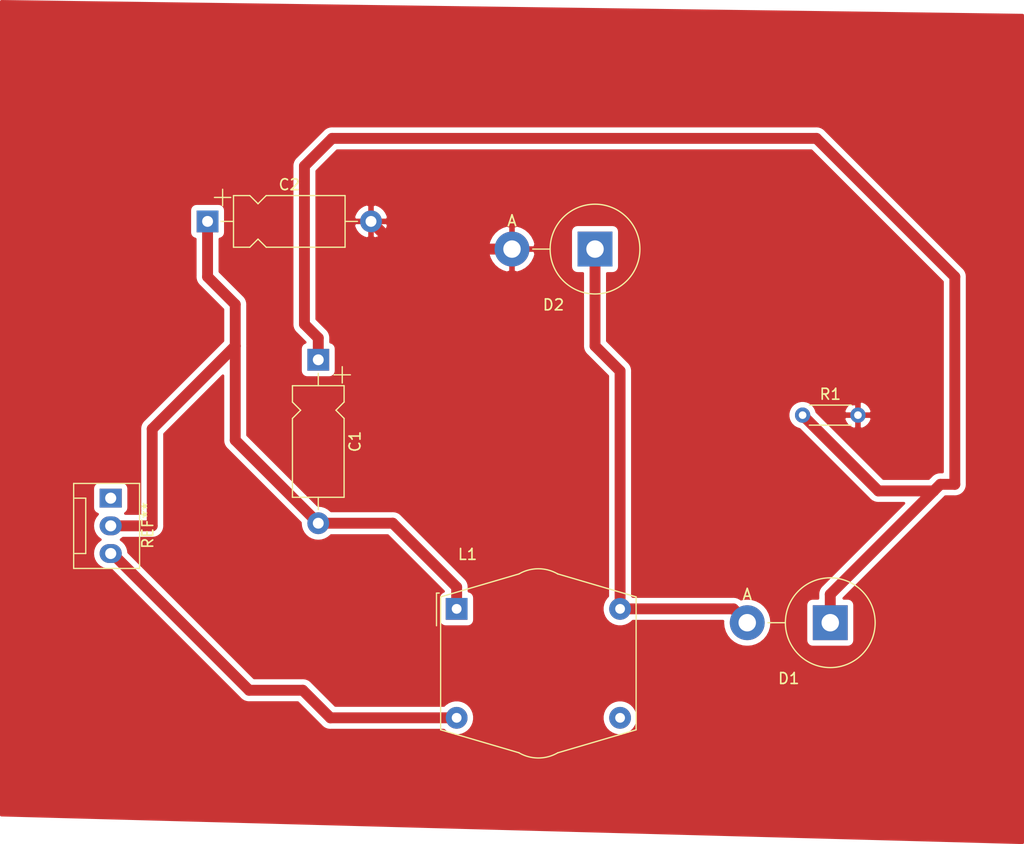
<source format=kicad_pcb>
(kicad_pcb (version 20171130) (host pcbnew "(5.1.4)-1")

  (general
    (thickness 1.6)
    (drawings 0)
    (tracks 48)
    (zones 0)
    (modules 7)
    (nets 5)
  )

  (page A4)
  (layers
    (0 F.Cu signal)
    (31 B.Cu signal)
    (32 B.Adhes user)
    (33 F.Adhes user)
    (34 B.Paste user)
    (35 F.Paste user)
    (36 B.SilkS user)
    (37 F.SilkS user)
    (38 B.Mask user)
    (39 F.Mask user)
    (40 Dwgs.User user)
    (41 Cmts.User user hide)
    (42 Eco1.User user hide)
    (43 Eco2.User user hide)
    (44 Edge.Cuts user hide)
    (45 Margin user hide)
    (46 B.CrtYd user hide)
    (47 F.CrtYd user hide)
    (48 B.Fab user)
    (49 F.Fab user hide)
  )

  (setup
    (last_trace_width 1)
    (user_trace_width 1)
    (trace_clearance 0.2)
    (zone_clearance 0.508)
    (zone_45_only no)
    (trace_min 0.2)
    (via_size 0.8)
    (via_drill 0.4)
    (via_min_size 0.4)
    (via_min_drill 0.3)
    (uvia_size 0.3)
    (uvia_drill 0.1)
    (uvias_allowed no)
    (uvia_min_size 0.2)
    (uvia_min_drill 0.1)
    (edge_width 0.05)
    (segment_width 0.2)
    (pcb_text_width 0.3)
    (pcb_text_size 1.5 1.5)
    (mod_edge_width 0.12)
    (mod_text_size 1 1)
    (mod_text_width 0.15)
    (pad_size 1.524 1.524)
    (pad_drill 0.762)
    (pad_to_mask_clearance 0.051)
    (solder_mask_min_width 0.25)
    (aux_axis_origin 0 0)
    (visible_elements FFFFFF7F)
    (pcbplotparams
      (layerselection 0x010fc_ffffffff)
      (usegerberextensions false)
      (usegerberattributes false)
      (usegerberadvancedattributes false)
      (creategerberjobfile false)
      (excludeedgelayer true)
      (linewidth 0.100000)
      (plotframeref false)
      (viasonmask false)
      (mode 1)
      (useauxorigin false)
      (hpglpennumber 1)
      (hpglpenspeed 20)
      (hpglpendiameter 15.000000)
      (psnegative false)
      (psa4output false)
      (plotreference true)
      (plotvalue true)
      (plotinvisibletext false)
      (padsonsilk false)
      (subtractmaskfromsilk false)
      (outputformat 1)
      (mirror false)
      (drillshape 1)
      (scaleselection 1)
      (outputdirectory ""))
  )

  (net 0 "")
  (net 1 AC)
  (net 2 "Net-(C1-Pad1)")
  (net 3 GNDREF)
  (net 4 "Net-(D1-Pad2)")

  (net_class Default "Esta es la clase de red por defecto."
    (clearance 0.2)
    (trace_width 0.25)
    (via_dia 0.8)
    (via_drill 0.4)
    (uvia_dia 0.3)
    (uvia_drill 0.1)
    (add_net AC)
    (add_net GNDREF)
    (add_net "Net-(C1-Pad1)")
    (add_net "Net-(D1-Pad2)")
  )

  (module Connector:FanPinHeader_1x03_P2.54mm_Vertical (layer F.Cu) (tedit 5A19DCDF) (tstamp 5D78E163)
    (at 110.49 118.11 270)
    (descr "3-pin CPU fan Through hole pin header, see http://www.formfactors.org/developer%5Cspecs%5Crev1_2_public.pdf")
    (tags "pin header 3-pin CPU fan")
    (fp_text reference REF** (at 2.5 -3.4 90) (layer F.SilkS)
      (effects (font (size 1 1) (thickness 0.15)))
    )
    (fp_text value FanPinHeader_1x03_P2.54mm_Vertical (at 2.55 4.5 90) (layer F.Fab)
      (effects (font (size 1 1) (thickness 0.15)))
    )
    (fp_line (start 6.85 -3.05) (end 6.85 3.8) (layer F.CrtYd) (width 0.05))
    (fp_line (start 6.85 -3.05) (end -1.75 -3.05) (layer F.CrtYd) (width 0.05))
    (fp_line (start -1.75 3.8) (end 6.85 3.8) (layer F.CrtYd) (width 0.05))
    (fp_line (start -1.75 3.8) (end -1.75 -3.05) (layer F.CrtYd) (width 0.05))
    (fp_line (start 5.08 2.29) (end 5.08 3.3) (layer F.SilkS) (width 0.12))
    (fp_line (start 0 2.29) (end 5.08 2.29) (layer F.SilkS) (width 0.12))
    (fp_line (start 0 3.3) (end 0 2.29) (layer F.SilkS) (width 0.12))
    (fp_line (start 6.35 3.3) (end -1.25 3.3) (layer F.Fab) (width 0.1))
    (fp_line (start 6.35 -2.55) (end 6.35 3.3) (layer F.Fab) (width 0.1))
    (fp_line (start -1.25 -2.55) (end 6.35 -2.55) (layer F.Fab) (width 0.1))
    (fp_line (start -1.25 3.3) (end -1.25 -2.55) (layer F.Fab) (width 0.1))
    (fp_line (start 0 2.3) (end 0 3.3) (layer F.Fab) (width 0.1))
    (fp_line (start 5.05 2.3) (end 0 2.3) (layer F.Fab) (width 0.1))
    (fp_line (start 5.05 3.3) (end 5.05 2.3) (layer F.Fab) (width 0.1))
    (fp_line (start 6.45 3.4) (end -1.35 3.4) (layer F.SilkS) (width 0.12))
    (fp_line (start 6.45 -2.65) (end 6.45 3.4) (layer F.SilkS) (width 0.12))
    (fp_line (start -1.35 -2.65) (end 6.45 -2.65) (layer F.SilkS) (width 0.12))
    (fp_line (start -1.35 3.4) (end -1.35 -2.65) (layer F.SilkS) (width 0.12))
    (fp_text user %R (at 2.45 1.8 90) (layer F.Fab)
      (effects (font (size 1 1) (thickness 0.15)))
    )
    (pad 3 thru_hole oval (at 5.08 0) (size 2.03 1.73) (drill 1.02) (layers *.Cu *.Mask))
    (pad 2 thru_hole oval (at 2.54 0) (size 2.03 1.73) (drill 1.02) (layers *.Cu *.Mask))
    (pad 1 thru_hole rect (at 0 0) (size 2.03 1.73) (drill 1.02) (layers *.Cu *.Mask))
    (model ${KISYS3DMOD}/Connector.3dshapes/FanPinHeader_1x03_P2.54mm_Vertical.wrl
      (at (xyz 0 0 0))
      (scale (xyz 1 1 1))
      (rotate (xyz 0 0 0))
    )
  )

  (module Resistor_THT:R_Axial_DIN0204_L3.6mm_D1.6mm_P5.08mm_Horizontal (layer F.Cu) (tedit 5AE5139B) (tstamp 5D78DA89)
    (at 173.99 110.49)
    (descr "Resistor, Axial_DIN0204 series, Axial, Horizontal, pin pitch=5.08mm, 0.167W, length*diameter=3.6*1.6mm^2, http://cdn-reichelt.de/documents/datenblatt/B400/1_4W%23YAG.pdf")
    (tags "Resistor Axial_DIN0204 series Axial Horizontal pin pitch 5.08mm 0.167W length 3.6mm diameter 1.6mm")
    (path /5D7A9C0B)
    (fp_text reference R1 (at 2.54 -1.92) (layer F.SilkS)
      (effects (font (size 1 1) (thickness 0.15)))
    )
    (fp_text value 100 (at 2.54 1.92) (layer F.Fab)
      (effects (font (size 1 1) (thickness 0.15)))
    )
    (fp_text user %R (at 2.54 0) (layer F.Fab)
      (effects (font (size 0.72 0.72) (thickness 0.108)))
    )
    (fp_line (start 6.03 -1.05) (end -0.95 -1.05) (layer F.CrtYd) (width 0.05))
    (fp_line (start 6.03 1.05) (end 6.03 -1.05) (layer F.CrtYd) (width 0.05))
    (fp_line (start -0.95 1.05) (end 6.03 1.05) (layer F.CrtYd) (width 0.05))
    (fp_line (start -0.95 -1.05) (end -0.95 1.05) (layer F.CrtYd) (width 0.05))
    (fp_line (start 0.62 0.92) (end 4.46 0.92) (layer F.SilkS) (width 0.12))
    (fp_line (start 0.62 -0.92) (end 4.46 -0.92) (layer F.SilkS) (width 0.12))
    (fp_line (start 5.08 0) (end 4.34 0) (layer F.Fab) (width 0.1))
    (fp_line (start 0 0) (end 0.74 0) (layer F.Fab) (width 0.1))
    (fp_line (start 4.34 -0.8) (end 0.74 -0.8) (layer F.Fab) (width 0.1))
    (fp_line (start 4.34 0.8) (end 4.34 -0.8) (layer F.Fab) (width 0.1))
    (fp_line (start 0.74 0.8) (end 4.34 0.8) (layer F.Fab) (width 0.1))
    (fp_line (start 0.74 -0.8) (end 0.74 0.8) (layer F.Fab) (width 0.1))
    (pad 2 thru_hole oval (at 5.08 0) (size 1.4 1.4) (drill 0.7) (layers *.Cu *.Mask)
      (net 3 GNDREF))
    (pad 1 thru_hole circle (at 0 0) (size 1.4 1.4) (drill 0.7) (layers *.Cu *.Mask)
      (net 2 "Net-(C1-Pad1)"))
    (model ${KISYS3DMOD}/Resistor_THT.3dshapes/R_Axial_DIN0204_L3.6mm_D1.6mm_P5.08mm_Horizontal.wrl
      (at (xyz 0 0 0))
      (scale (xyz 1 1 1))
      (rotate (xyz 0 0 0))
    )
  )

  (module Inductor_THT:Choke_Schaffner_RN112-04-17.7x17.1mm (layer F.Cu) (tedit 5A1421CD) (tstamp 5D78DA76)
    (at 142.24 128.27)
    (descr "Current-compensated Chokes, Scaffner, RN112-04, 17.7mmx17.1mm https://www.schaffner.com/products/download/product/datasheet/rn-series-common-mode-chokes-new/")
    (tags "chokes schaffner tht")
    (path /5D7A8BC3)
    (fp_text reference L1 (at 1 -5) (layer F.SilkS)
      (effects (font (size 1 1) (thickness 0.15)))
    )
    (fp_text value "1 mh" (at 7.5 15.05) (layer F.Fab)
      (effects (font (size 1 1) (thickness 0.15)))
    )
    (fp_text user %R (at 7.5 5) (layer F.Fab)
      (effects (font (size 1 1) (thickness 0.15)))
    )
    (fp_line (start -1.85 -1.45) (end -1.85 1.55) (layer F.SilkS) (width 0.12))
    (fp_line (start -1.85 -1.45) (end -1.6 -1.45) (layer F.SilkS) (width 0.12))
    (fp_line (start -1.6 11.2) (end -1.6 -1.2) (layer F.CrtYd) (width 0.05))
    (fp_line (start 5.73 13.34) (end -1.6 11.2) (layer F.CrtYd) (width 0.05))
    (fp_line (start 16.6 11.2) (end 9.28 13.34) (layer F.CrtYd) (width 0.05))
    (fp_line (start 16.6 -1.2) (end 16.6 11.2) (layer F.CrtYd) (width 0.05))
    (fp_line (start 9.27 -3.34) (end 16.6 -1.2) (layer F.CrtYd) (width 0.05))
    (fp_line (start -1.6 -1.2) (end 5.73 -3.34) (layer F.CrtYd) (width 0.05))
    (fp_line (start -1.47 11.1) (end -1.47 -1.1) (layer F.SilkS) (width 0.12))
    (fp_line (start 5.73 13.21) (end -1.47 11.1) (layer F.SilkS) (width 0.12))
    (fp_line (start 16.47 11.1) (end 9.28 13.21) (layer F.SilkS) (width 0.12))
    (fp_line (start 16.47 -1.1) (end 16.47 11.1) (layer F.SilkS) (width 0.12))
    (fp_line (start 9.27 -3.21) (end 16.47 -1.1) (layer F.SilkS) (width 0.12))
    (fp_line (start -1.47 -1.1) (end 5.73 -3.21) (layer F.SilkS) (width 0.12))
    (fp_line (start -1.35 -0.5) (end -1.35 -1) (layer F.Fab) (width 0.1))
    (fp_line (start -0.85 0) (end -1.35 -0.5) (layer F.Fab) (width 0.1))
    (fp_line (start -1.35 0.5) (end -0.85 0) (layer F.Fab) (width 0.1))
    (fp_line (start -1.35 11) (end -1.35 0.5) (layer F.Fab) (width 0.1))
    (fp_line (start 5.73 13.07) (end -1.35 11) (layer F.Fab) (width 0.1))
    (fp_line (start 16.35 11) (end 9.28 13.07) (layer F.Fab) (width 0.1))
    (fp_line (start 16.35 -1) (end 16.35 11) (layer F.Fab) (width 0.1))
    (fp_line (start 9.28 -3.07) (end 16.35 -1) (layer F.Fab) (width 0.1))
    (fp_line (start -1.35 -1) (end 5.73 -3.07) (layer F.Fab) (width 0.1))
    (fp_arc (start 7.5 10.25) (end 9.28 13.34) (angle 60) (layer F.CrtYd) (width 0.05))
    (fp_arc (start 7.5 -0.25) (end 5.73 -3.34) (angle 60) (layer F.CrtYd) (width 0.05))
    (fp_arc (start 7.5 10.12) (end 9.28 13.21) (angle 60) (layer F.SilkS) (width 0.12))
    (fp_arc (start 7.5 -0.12) (end 5.73 -3.21) (angle 60) (layer F.SilkS) (width 0.12))
    (fp_arc (start 7.5 10) (end 9.28 13.07) (angle 60) (layer F.Fab) (width 0.1))
    (fp_arc (start 7.5 0) (end 5.73 -3.07) (angle 60) (layer F.Fab) (width 0.1))
    (pad 4 thru_hole circle (at 15 10) (size 2 2) (drill 0.9) (layers *.Cu *.Mask))
    (pad 3 thru_hole circle (at 0 10) (size 2 2) (drill 0.9) (layers *.Cu *.Mask))
    (pad 2 thru_hole circle (at 15 0) (size 2 2) (drill 0.9) (layers *.Cu *.Mask)
      (net 4 "Net-(D1-Pad2)"))
    (pad 1 thru_hole rect (at 0 0) (size 2 2) (drill 0.9) (layers *.Cu *.Mask)
      (net 1 AC))
    (model ${KISYS3DMOD}/Inductor_THT.3dshapes/Choke_Schaffner_RN112-04-17.7x17.1mm.wrl
      (at (xyz 0 0 0))
      (scale (xyz 1 1 1))
      (rotate (xyz 0 0 0))
    )
  )

  (module Diode_THT:D_5KPW_P7.62mm_Vertical_AnodeUp (layer F.Cu) (tedit 5AE50CD5) (tstamp 5D78DA50)
    (at 154.94 95.25 180)
    (descr "Diode, 5KPW series, Axial, Vertical, pin pitch=7.62mm, , length*diameter=9*8mm^2, , http://www.diodes.com/_files/packages/8686949.gif")
    (tags "Diode 5KPW series Axial Vertical pin pitch 7.62mm  length 9mm diameter 8mm")
    (path /5D7A9598)
    (fp_text reference D2 (at 3.81 -5.12) (layer F.SilkS)
      (effects (font (size 1 1) (thickness 0.15)))
    )
    (fp_text value D (at 3.81 5.12) (layer F.Fab)
      (effects (font (size 1 1) (thickness 0.15)))
    )
    (fp_text user A (at 7.62 2.6) (layer F.SilkS)
      (effects (font (size 1 1) (thickness 0.15)))
    )
    (fp_text user A (at 7.62 2.6) (layer F.Fab)
      (effects (font (size 1 1) (thickness 0.15)))
    )
    (fp_text user %R (at 0 -2.1) (layer F.Fab)
      (effects (font (size 1 1) (thickness 0.15)))
    )
    (fp_line (start 9.47 -4.25) (end -4.25 -4.25) (layer F.CrtYd) (width 0.05))
    (fp_line (start 9.47 4.25) (end 9.47 -4.25) (layer F.CrtYd) (width 0.05))
    (fp_line (start -4.25 4.25) (end 9.47 4.25) (layer F.CrtYd) (width 0.05))
    (fp_line (start -4.25 -4.25) (end -4.25 4.25) (layer F.CrtYd) (width 0.05))
    (fp_line (start 4.12 0) (end 5.72 0) (layer F.SilkS) (width 0.12))
    (fp_line (start 0 0) (end 7.62 0) (layer F.Fab) (width 0.1))
    (fp_circle (center 0 0) (end 4.12 0) (layer F.SilkS) (width 0.12))
    (fp_circle (center 0 0) (end 4 0) (layer F.Fab) (width 0.1))
    (pad 2 thru_hole oval (at 7.62 0 180) (size 3.2 3.2) (drill 1.6) (layers *.Cu *.Mask)
      (net 3 GNDREF))
    (pad 1 thru_hole rect (at 0 0 180) (size 3.2 3.2) (drill 1.6) (layers *.Cu *.Mask)
      (net 4 "Net-(D1-Pad2)"))
    (model ${KISYS3DMOD}/Diode_THT.3dshapes/D_5KPW_P7.62mm_Vertical_AnodeUp.wrl
      (at (xyz 0 0 0))
      (scale (xyz 1 1 1))
      (rotate (xyz 0 0 0))
    )
  )

  (module Diode_THT:D_5KPW_P7.62mm_Vertical_AnodeUp (layer F.Cu) (tedit 5AE50CD5) (tstamp 5D78DA3F)
    (at 176.53 129.54 180)
    (descr "Diode, 5KPW series, Axial, Vertical, pin pitch=7.62mm, , length*diameter=9*8mm^2, , http://www.diodes.com/_files/packages/8686949.gif")
    (tags "Diode 5KPW series Axial Vertical pin pitch 7.62mm  length 9mm diameter 8mm")
    (path /5D7A8FFC)
    (fp_text reference D1 (at 3.81 -5.12) (layer F.SilkS)
      (effects (font (size 1 1) (thickness 0.15)))
    )
    (fp_text value D (at 3.81 5.12) (layer F.Fab)
      (effects (font (size 1 1) (thickness 0.15)))
    )
    (fp_text user A (at 7.62 2.6) (layer F.SilkS)
      (effects (font (size 1 1) (thickness 0.15)))
    )
    (fp_text user A (at 7.62 2.6) (layer F.Fab)
      (effects (font (size 1 1) (thickness 0.15)))
    )
    (fp_text user %R (at 0 -2.1) (layer F.Fab)
      (effects (font (size 1 1) (thickness 0.15)))
    )
    (fp_line (start 9.47 -4.25) (end -4.25 -4.25) (layer F.CrtYd) (width 0.05))
    (fp_line (start 9.47 4.25) (end 9.47 -4.25) (layer F.CrtYd) (width 0.05))
    (fp_line (start -4.25 4.25) (end 9.47 4.25) (layer F.CrtYd) (width 0.05))
    (fp_line (start -4.25 -4.25) (end -4.25 4.25) (layer F.CrtYd) (width 0.05))
    (fp_line (start 4.12 0) (end 5.72 0) (layer F.SilkS) (width 0.12))
    (fp_line (start 0 0) (end 7.62 0) (layer F.Fab) (width 0.1))
    (fp_circle (center 0 0) (end 4.12 0) (layer F.SilkS) (width 0.12))
    (fp_circle (center 0 0) (end 4 0) (layer F.Fab) (width 0.1))
    (pad 2 thru_hole oval (at 7.62 0 180) (size 3.2 3.2) (drill 1.6) (layers *.Cu *.Mask)
      (net 4 "Net-(D1-Pad2)"))
    (pad 1 thru_hole rect (at 0 0 180) (size 3.2 3.2) (drill 1.6) (layers *.Cu *.Mask)
      (net 2 "Net-(C1-Pad1)"))
    (model ${KISYS3DMOD}/Diode_THT.3dshapes/D_5KPW_P7.62mm_Vertical_AnodeUp.wrl
      (at (xyz 0 0 0))
      (scale (xyz 1 1 1))
      (rotate (xyz 0 0 0))
    )
  )

  (module Capacitor_THT:CP_Axial_L10.0mm_D4.5mm_P15.00mm_Horizontal (layer F.Cu) (tedit 5AE50EF2) (tstamp 5D78DA2E)
    (at 119.38 92.71)
    (descr "CP, Axial series, Axial, Horizontal, pin pitch=15mm, , length*diameter=10*4.5mm^2, Electrolytic Capacitor, , http://www.vishay.com/docs/28325/021asm.pdf")
    (tags "CP Axial series Axial Horizontal pin pitch 15mm  length 10mm diameter 4.5mm Electrolytic Capacitor")
    (path /5D7A9A7F)
    (fp_text reference C2 (at 7.5 -3.37) (layer F.SilkS)
      (effects (font (size 1 1) (thickness 0.15)))
    )
    (fp_text value "1 mf" (at 7.5 3.37) (layer F.Fab)
      (effects (font (size 1 1) (thickness 0.15)))
    )
    (fp_text user %R (at 7.5 0) (layer F.Fab)
      (effects (font (size 1 1) (thickness 0.15)))
    )
    (fp_line (start 16.25 -2.5) (end -1.25 -2.5) (layer F.CrtYd) (width 0.05))
    (fp_line (start 16.25 2.5) (end 16.25 -2.5) (layer F.CrtYd) (width 0.05))
    (fp_line (start -1.25 2.5) (end 16.25 2.5) (layer F.CrtYd) (width 0.05))
    (fp_line (start -1.25 -2.5) (end -1.25 2.5) (layer F.CrtYd) (width 0.05))
    (fp_line (start 13.76 0) (end 12.62 0) (layer F.SilkS) (width 0.12))
    (fp_line (start 1.24 0) (end 2.38 0) (layer F.SilkS) (width 0.12))
    (fp_line (start 5.38 2.37) (end 12.62 2.37) (layer F.SilkS) (width 0.12))
    (fp_line (start 4.63 1.62) (end 5.38 2.37) (layer F.SilkS) (width 0.12))
    (fp_line (start 3.88 2.37) (end 4.63 1.62) (layer F.SilkS) (width 0.12))
    (fp_line (start 2.38 2.37) (end 3.88 2.37) (layer F.SilkS) (width 0.12))
    (fp_line (start 5.38 -2.37) (end 12.62 -2.37) (layer F.SilkS) (width 0.12))
    (fp_line (start 4.63 -1.62) (end 5.38 -2.37) (layer F.SilkS) (width 0.12))
    (fp_line (start 3.88 -2.37) (end 4.63 -1.62) (layer F.SilkS) (width 0.12))
    (fp_line (start 2.38 -2.37) (end 3.88 -2.37) (layer F.SilkS) (width 0.12))
    (fp_line (start 12.62 -2.37) (end 12.62 2.37) (layer F.SilkS) (width 0.12))
    (fp_line (start 2.38 -2.37) (end 2.38 2.37) (layer F.SilkS) (width 0.12))
    (fp_line (start 1.38 -2.95) (end 1.38 -1.45) (layer F.SilkS) (width 0.12))
    (fp_line (start 0.63 -2.2) (end 2.13 -2.2) (layer F.SilkS) (width 0.12))
    (fp_line (start 4.65 -0.75) (end 4.65 0.75) (layer F.Fab) (width 0.1))
    (fp_line (start 3.9 0) (end 5.4 0) (layer F.Fab) (width 0.1))
    (fp_line (start 15 0) (end 12.5 0) (layer F.Fab) (width 0.1))
    (fp_line (start 0 0) (end 2.5 0) (layer F.Fab) (width 0.1))
    (fp_line (start 5.38 2.25) (end 12.5 2.25) (layer F.Fab) (width 0.1))
    (fp_line (start 4.63 1.5) (end 5.38 2.25) (layer F.Fab) (width 0.1))
    (fp_line (start 3.88 2.25) (end 4.63 1.5) (layer F.Fab) (width 0.1))
    (fp_line (start 2.5 2.25) (end 3.88 2.25) (layer F.Fab) (width 0.1))
    (fp_line (start 5.38 -2.25) (end 12.5 -2.25) (layer F.Fab) (width 0.1))
    (fp_line (start 4.63 -1.5) (end 5.38 -2.25) (layer F.Fab) (width 0.1))
    (fp_line (start 3.88 -2.25) (end 4.63 -1.5) (layer F.Fab) (width 0.1))
    (fp_line (start 2.5 -2.25) (end 3.88 -2.25) (layer F.Fab) (width 0.1))
    (fp_line (start 12.5 -2.25) (end 12.5 2.25) (layer F.Fab) (width 0.1))
    (fp_line (start 2.5 -2.25) (end 2.5 2.25) (layer F.Fab) (width 0.1))
    (pad 2 thru_hole oval (at 15 0) (size 2 2) (drill 1) (layers *.Cu *.Mask)
      (net 3 GNDREF))
    (pad 1 thru_hole rect (at 0 0) (size 2 2) (drill 1) (layers *.Cu *.Mask)
      (net 1 AC))
    (model ${KISYS3DMOD}/Capacitor_THT.3dshapes/CP_Axial_L10.0mm_D4.5mm_P15.00mm_Horizontal.wrl
      (at (xyz 0 0 0))
      (scale (xyz 1 1 1))
      (rotate (xyz 0 0 0))
    )
  )

  (module Capacitor_THT:CP_Axial_L10.0mm_D4.5mm_P15.00mm_Horizontal (layer F.Cu) (tedit 5AE50EF2) (tstamp 5D78DA07)
    (at 129.54 105.41 270)
    (descr "CP, Axial series, Axial, Horizontal, pin pitch=15mm, , length*diameter=10*4.5mm^2, Electrolytic Capacitor, , http://www.vishay.com/docs/28325/021asm.pdf")
    (tags "CP Axial series Axial Horizontal pin pitch 15mm  length 10mm diameter 4.5mm Electrolytic Capacitor")
    (path /5D7A9727)
    (fp_text reference C1 (at 7.5 -3.37 90) (layer F.SilkS)
      (effects (font (size 1 1) (thickness 0.15)))
    )
    (fp_text value "1 mf" (at 7.5 3.37 90) (layer F.Fab)
      (effects (font (size 1 1) (thickness 0.15)))
    )
    (fp_text user %R (at 7.5 0 90) (layer F.Fab)
      (effects (font (size 1 1) (thickness 0.15)))
    )
    (fp_line (start 16.25 -2.5) (end -1.25 -2.5) (layer F.CrtYd) (width 0.05))
    (fp_line (start 16.25 2.5) (end 16.25 -2.5) (layer F.CrtYd) (width 0.05))
    (fp_line (start -1.25 2.5) (end 16.25 2.5) (layer F.CrtYd) (width 0.05))
    (fp_line (start -1.25 -2.5) (end -1.25 2.5) (layer F.CrtYd) (width 0.05))
    (fp_line (start 13.76 0) (end 12.62 0) (layer F.SilkS) (width 0.12))
    (fp_line (start 1.24 0) (end 2.38 0) (layer F.SilkS) (width 0.12))
    (fp_line (start 5.38 2.37) (end 12.62 2.37) (layer F.SilkS) (width 0.12))
    (fp_line (start 4.63 1.62) (end 5.38 2.37) (layer F.SilkS) (width 0.12))
    (fp_line (start 3.88 2.37) (end 4.63 1.62) (layer F.SilkS) (width 0.12))
    (fp_line (start 2.38 2.37) (end 3.88 2.37) (layer F.SilkS) (width 0.12))
    (fp_line (start 5.38 -2.37) (end 12.62 -2.37) (layer F.SilkS) (width 0.12))
    (fp_line (start 4.63 -1.62) (end 5.38 -2.37) (layer F.SilkS) (width 0.12))
    (fp_line (start 3.88 -2.37) (end 4.63 -1.62) (layer F.SilkS) (width 0.12))
    (fp_line (start 2.38 -2.37) (end 3.88 -2.37) (layer F.SilkS) (width 0.12))
    (fp_line (start 12.62 -2.37) (end 12.62 2.37) (layer F.SilkS) (width 0.12))
    (fp_line (start 2.38 -2.37) (end 2.38 2.37) (layer F.SilkS) (width 0.12))
    (fp_line (start 1.38 -2.95) (end 1.38 -1.45) (layer F.SilkS) (width 0.12))
    (fp_line (start 0.63 -2.2) (end 2.13 -2.2) (layer F.SilkS) (width 0.12))
    (fp_line (start 4.65 -0.75) (end 4.65 0.75) (layer F.Fab) (width 0.1))
    (fp_line (start 3.9 0) (end 5.4 0) (layer F.Fab) (width 0.1))
    (fp_line (start 15 0) (end 12.5 0) (layer F.Fab) (width 0.1))
    (fp_line (start 0 0) (end 2.5 0) (layer F.Fab) (width 0.1))
    (fp_line (start 5.38 2.25) (end 12.5 2.25) (layer F.Fab) (width 0.1))
    (fp_line (start 4.63 1.5) (end 5.38 2.25) (layer F.Fab) (width 0.1))
    (fp_line (start 3.88 2.25) (end 4.63 1.5) (layer F.Fab) (width 0.1))
    (fp_line (start 2.5 2.25) (end 3.88 2.25) (layer F.Fab) (width 0.1))
    (fp_line (start 5.38 -2.25) (end 12.5 -2.25) (layer F.Fab) (width 0.1))
    (fp_line (start 4.63 -1.5) (end 5.38 -2.25) (layer F.Fab) (width 0.1))
    (fp_line (start 3.88 -2.25) (end 4.63 -1.5) (layer F.Fab) (width 0.1))
    (fp_line (start 2.5 -2.25) (end 3.88 -2.25) (layer F.Fab) (width 0.1))
    (fp_line (start 12.5 -2.25) (end 12.5 2.25) (layer F.Fab) (width 0.1))
    (fp_line (start 2.5 -2.25) (end 2.5 2.25) (layer F.Fab) (width 0.1))
    (pad 2 thru_hole oval (at 15 0 270) (size 2 2) (drill 1) (layers *.Cu *.Mask)
      (net 1 AC))
    (pad 1 thru_hole rect (at 0 0 270) (size 2 2) (drill 1) (layers *.Cu *.Mask)
      (net 2 "Net-(C1-Pad1)"))
    (model ${KISYS3DMOD}/Capacitor_THT.3dshapes/CP_Axial_L10.0mm_D4.5mm_P15.00mm_Horizontal.wrl
      (at (xyz 0 0 0))
      (scale (xyz 1 1 1))
      (rotate (xyz 0 0 0))
    )
  )

  (segment (start 110.64 123.19) (end 123.19 135.74) (width 1) (layer F.Cu) (net 0))
  (segment (start 110.49 123.19) (end 110.64 123.19) (width 1) (layer F.Cu) (net 0))
  (segment (start 123.19 135.74) (end 128.12 135.74) (width 1) (layer F.Cu) (net 0))
  (segment (start 130.65 138.27) (end 142.24 138.27) (width 1) (layer F.Cu) (net 0))
  (segment (start 128.12 135.74) (end 130.65 138.27) (width 1) (layer F.Cu) (net 0))
  (segment (start 110.49 120.65) (end 114.3 120.65) (width 1) (layer F.Cu) (net 0))
  (segment (start 121.92 112.79) (end 129.54 120.41) (width 1) (layer F.Cu) (net 1))
  (segment (start 142.24 126.27) (end 142.24 128.27) (width 1) (layer F.Cu) (net 1))
  (segment (start 136.38 120.41) (end 142.24 126.27) (width 1) (layer F.Cu) (net 1))
  (segment (start 129.54 120.41) (end 136.38 120.41) (width 1) (layer F.Cu) (net 1))
  (segment (start 119.38 97.79) (end 119.38 92.71) (width 1) (layer F.Cu) (net 1))
  (segment (start 121.92 100.33) (end 119.38 97.79) (width 1) (layer F.Cu) (net 1))
  (segment (start 114.3 111.76) (end 121.92 104.14) (width 1) (layer F.Cu) (net 1))
  (segment (start 114.3 120.65) (end 114.3 111.76) (width 1) (layer F.Cu) (net 1))
  (segment (start 121.92 112.79) (end 121.92 104.14) (width 1) (layer F.Cu) (net 1))
  (segment (start 121.92 104.14) (end 121.92 100.33) (width 1) (layer F.Cu) (net 1))
  (segment (start 129.54 103.41) (end 128.27 102.14) (width 1) (layer F.Cu) (net 2))
  (segment (start 129.54 105.41) (end 129.54 103.41) (width 1) (layer F.Cu) (net 2))
  (segment (start 128.27 102.14) (end 128.27 87.63) (width 1) (layer F.Cu) (net 2))
  (segment (start 128.27 87.63) (end 130.81 85.09) (width 1) (layer F.Cu) (net 2))
  (segment (start 130.81 85.09) (end 175.26 85.09) (width 1) (layer F.Cu) (net 2))
  (segment (start 175.26 85.09) (end 187.96 97.79) (width 1) (layer F.Cu) (net 2))
  (segment (start 187.96 97.79) (end 187.96 116.84) (width 1) (layer F.Cu) (net 2))
  (segment (start 176.53 126.94) (end 176.53 129.54) (width 1) (layer F.Cu) (net 2))
  (segment (start 187.96 116.84) (end 186.63 116.84) (width 1) (layer F.Cu) (net 2))
  (segment (start 180.945 117.445) (end 186.025 117.445) (width 1) (layer F.Cu) (net 2))
  (segment (start 173.99 110.49) (end 180.945 117.445) (width 1) (layer F.Cu) (net 2))
  (segment (start 186.63 116.84) (end 186.025 117.445) (width 1) (layer F.Cu) (net 2))
  (segment (start 186.025 117.445) (end 176.53 126.94) (width 1) (layer F.Cu) (net 2))
  (segment (start 139.46 95.25) (end 147.32 95.25) (width 1) (layer F.Cu) (net 3))
  (segment (start 138.19 96.52) (end 139.46 95.25) (width 1) (layer F.Cu) (net 3))
  (segment (start 137.04 95.37) (end 137.04 92.83) (width 0.25) (layer F.Cu) (net 3))
  (segment (start 137.04 95.37) (end 138.19 96.52) (width 1) (layer F.Cu) (net 3))
  (segment (start 134.38 92.71) (end 137.04 95.37) (width 1) (layer F.Cu) (net 3))
  (segment (start 137.04 92.83) (end 142.24 87.63) (width 0.25) (layer F.Cu) (net 3))
  (segment (start 142.24 87.63) (end 165.1 87.63) (width 0.25) (layer F.Cu) (net 3))
  (segment (start 165.1 87.63) (end 177.8 100.33) (width 0.25) (layer F.Cu) (net 3))
  (segment (start 177.8 108.687) (end 178.577999 109.464999) (width 0.25) (layer F.Cu) (net 3))
  (segment (start 178.577999 109.464999) (end 179.07 109.464999) (width 0.25) (layer F.Cu) (net 3))
  (segment (start 179.07 107.95) (end 177.8 106.68) (width 0.25) (layer F.Cu) (net 3))
  (segment (start 179.07 110.49) (end 179.07 107.95) (width 0.25) (layer F.Cu) (net 3))
  (segment (start 177.8 100.33) (end 177.8 106.68) (width 0.25) (layer F.Cu) (net 3))
  (segment (start 177.8 106.68) (end 177.8 108.687) (width 0.25) (layer F.Cu) (net 3))
  (segment (start 157.24 128.27) (end 157.24 106.44) (width 1) (layer F.Cu) (net 4))
  (segment (start 154.94 104.14) (end 154.94 95.25) (width 1) (layer F.Cu) (net 4))
  (segment (start 157.24 106.44) (end 154.94 104.14) (width 1) (layer F.Cu) (net 4))
  (segment (start 167.64 128.27) (end 168.91 129.54) (width 1) (layer F.Cu) (net 4))
  (segment (start 157.24 128.27) (end 167.64 128.27) (width 1) (layer F.Cu) (net 4))

  (zone (net 3) (net_name GNDREF) (layer F.Cu) (tstamp 0) (hatch edge 0.508)
    (connect_pads (clearance 0.508))
    (min_thickness 0.254)
    (fill yes (arc_segments 32) (thermal_gap 0.508) (thermal_bridge_width 0.508))
    (polygon
      (pts
        (xy 100.33 72.39) (xy 194.31 73.66) (xy 194.31 149.86) (xy 100.33 147.32)
      )
    )
    (filled_polygon
      (pts
        (xy 194.183 73.785295) (xy 194.183 149.729521) (xy 100.457 147.196386) (xy 100.457 120.65) (xy 108.832743 120.65)
        (xy 108.861705 120.944051) (xy 108.947476 121.226802) (xy 109.086762 121.487387) (xy 109.274208 121.715792) (xy 109.502613 121.903238)
        (xy 109.533972 121.92) (xy 109.502613 121.936762) (xy 109.274208 122.124208) (xy 109.086762 122.352613) (xy 108.947476 122.613198)
        (xy 108.861705 122.895949) (xy 108.832743 123.19) (xy 108.861705 123.484051) (xy 108.947476 123.766802) (xy 109.086762 124.027387)
        (xy 109.274208 124.255792) (xy 109.502613 124.443238) (xy 109.763198 124.582524) (xy 110.045949 124.668295) (xy 110.26632 124.69)
        (xy 110.534869 124.69) (xy 122.348009 136.503141) (xy 122.383551 136.546449) (xy 122.556377 136.688284) (xy 122.753553 136.793676)
        (xy 122.917705 136.843471) (xy 122.9675 136.858577) (xy 122.988493 136.860644) (xy 123.134248 136.875) (xy 123.134255 136.875)
        (xy 123.189999 136.88049) (xy 123.245743 136.875) (xy 127.649869 136.875) (xy 129.808009 139.033141) (xy 129.843551 139.076449)
        (xy 130.016377 139.218284) (xy 130.213553 139.323676) (xy 130.427501 139.388577) (xy 130.594248 139.405) (xy 130.594257 139.405)
        (xy 130.649999 139.41049) (xy 130.705741 139.405) (xy 141.062761 139.405) (xy 141.197748 139.539987) (xy 141.465537 139.718918)
        (xy 141.763088 139.842168) (xy 142.078967 139.905) (xy 142.401033 139.905) (xy 142.716912 139.842168) (xy 143.014463 139.718918)
        (xy 143.282252 139.539987) (xy 143.509987 139.312252) (xy 143.688918 139.044463) (xy 143.812168 138.746912) (xy 143.875 138.431033)
        (xy 143.875 138.108967) (xy 155.605 138.108967) (xy 155.605 138.431033) (xy 155.667832 138.746912) (xy 155.791082 139.044463)
        (xy 155.970013 139.312252) (xy 156.197748 139.539987) (xy 156.465537 139.718918) (xy 156.763088 139.842168) (xy 157.078967 139.905)
        (xy 157.401033 139.905) (xy 157.716912 139.842168) (xy 158.014463 139.718918) (xy 158.282252 139.539987) (xy 158.509987 139.312252)
        (xy 158.688918 139.044463) (xy 158.812168 138.746912) (xy 158.875 138.431033) (xy 158.875 138.108967) (xy 158.812168 137.793088)
        (xy 158.688918 137.495537) (xy 158.509987 137.227748) (xy 158.282252 137.000013) (xy 158.014463 136.821082) (xy 157.716912 136.697832)
        (xy 157.401033 136.635) (xy 157.078967 136.635) (xy 156.763088 136.697832) (xy 156.465537 136.821082) (xy 156.197748 137.000013)
        (xy 155.970013 137.227748) (xy 155.791082 137.495537) (xy 155.667832 137.793088) (xy 155.605 138.108967) (xy 143.875 138.108967)
        (xy 143.812168 137.793088) (xy 143.688918 137.495537) (xy 143.509987 137.227748) (xy 143.282252 137.000013) (xy 143.014463 136.821082)
        (xy 142.716912 136.697832) (xy 142.401033 136.635) (xy 142.078967 136.635) (xy 141.763088 136.697832) (xy 141.465537 136.821082)
        (xy 141.197748 137.000013) (xy 141.062761 137.135) (xy 131.120132 137.135) (xy 128.961996 134.976865) (xy 128.926449 134.933551)
        (xy 128.753623 134.791716) (xy 128.556447 134.686324) (xy 128.342499 134.621423) (xy 128.175752 134.605) (xy 128.175751 134.605)
        (xy 128.12 134.599509) (xy 128.064249 134.605) (xy 123.660132 134.605) (xy 112.136564 123.081433) (xy 112.118295 122.895949)
        (xy 112.032524 122.613198) (xy 111.893238 122.352613) (xy 111.705792 122.124208) (xy 111.477387 121.936762) (xy 111.446028 121.92)
        (xy 111.477387 121.903238) (xy 111.621461 121.785) (xy 114.244248 121.785) (xy 114.3 121.790491) (xy 114.355751 121.785)
        (xy 114.355752 121.785) (xy 114.522499 121.768577) (xy 114.736447 121.703676) (xy 114.933623 121.598284) (xy 115.106449 121.456449)
        (xy 115.248284 121.283623) (xy 115.353676 121.086447) (xy 115.418577 120.872499) (xy 115.440491 120.65) (xy 115.435 120.594248)
        (xy 115.435 112.230131) (xy 120.785001 106.880131) (xy 120.785 112.734248) (xy 120.779509 112.79) (xy 120.785 112.845751)
        (xy 120.801423 113.012498) (xy 120.866324 113.226446) (xy 120.971716 113.423623) (xy 121.113551 113.596449) (xy 121.156865 113.631996)
        (xy 127.900476 120.375608) (xy 127.897089 120.41) (xy 127.928657 120.730516) (xy 128.022148 121.038715) (xy 128.173969 121.322752)
        (xy 128.378286 121.571714) (xy 128.627248 121.776031) (xy 128.911285 121.927852) (xy 129.219484 122.021343) (xy 129.459678 122.045)
        (xy 129.620322 122.045) (xy 129.860516 122.021343) (xy 130.168715 121.927852) (xy 130.452752 121.776031) (xy 130.701714 121.571714)
        (xy 130.723638 121.545) (xy 135.909869 121.545) (xy 141.033834 126.668966) (xy 140.99582 126.680498) (xy 140.885506 126.739463)
        (xy 140.788815 126.818815) (xy 140.709463 126.915506) (xy 140.650498 127.02582) (xy 140.614188 127.145518) (xy 140.601928 127.27)
        (xy 140.601928 129.27) (xy 140.614188 129.394482) (xy 140.650498 129.51418) (xy 140.709463 129.624494) (xy 140.788815 129.721185)
        (xy 140.885506 129.800537) (xy 140.99582 129.859502) (xy 141.115518 129.895812) (xy 141.24 129.908072) (xy 143.24 129.908072)
        (xy 143.364482 129.895812) (xy 143.48418 129.859502) (xy 143.594494 129.800537) (xy 143.691185 129.721185) (xy 143.770537 129.624494)
        (xy 143.829502 129.51418) (xy 143.865812 129.394482) (xy 143.878072 129.27) (xy 143.878072 127.27) (xy 143.865812 127.145518)
        (xy 143.829502 127.02582) (xy 143.770537 126.915506) (xy 143.691185 126.818815) (xy 143.594494 126.739463) (xy 143.48418 126.680498)
        (xy 143.375 126.647379) (xy 143.375 126.325741) (xy 143.38049 126.269999) (xy 143.375 126.214257) (xy 143.375 126.214248)
        (xy 143.358577 126.047501) (xy 143.293676 125.833553) (xy 143.188284 125.636377) (xy 143.046449 125.463551) (xy 143.003141 125.428009)
        (xy 137.221996 119.646865) (xy 137.186449 119.603551) (xy 137.013623 119.461716) (xy 136.816447 119.356324) (xy 136.602499 119.291423)
        (xy 136.435752 119.275) (xy 136.435751 119.275) (xy 136.38 119.269509) (xy 136.324249 119.275) (xy 130.723638 119.275)
        (xy 130.701714 119.248286) (xy 130.452752 119.043969) (xy 130.168715 118.892148) (xy 129.860516 118.798657) (xy 129.620322 118.775)
        (xy 129.510132 118.775) (xy 123.055 112.319869) (xy 123.055 104.195743) (xy 123.06049 104.140001) (xy 123.055 104.084259)
        (xy 123.055 100.385741) (xy 123.06049 100.329999) (xy 123.055 100.274257) (xy 123.055 100.274248) (xy 123.038577 100.107501)
        (xy 122.973676 99.893553) (xy 122.868284 99.696377) (xy 122.726449 99.523551) (xy 122.683141 99.488009) (xy 120.515 97.319869)
        (xy 120.515 94.332621) (xy 120.62418 94.299502) (xy 120.734494 94.240537) (xy 120.831185 94.161185) (xy 120.910537 94.064494)
        (xy 120.969502 93.95418) (xy 121.005812 93.834482) (xy 121.018072 93.71) (xy 121.018072 91.71) (xy 121.005812 91.585518)
        (xy 120.969502 91.46582) (xy 120.910537 91.355506) (xy 120.831185 91.258815) (xy 120.734494 91.179463) (xy 120.62418 91.120498)
        (xy 120.504482 91.084188) (xy 120.38 91.071928) (xy 118.38 91.071928) (xy 118.255518 91.084188) (xy 118.13582 91.120498)
        (xy 118.025506 91.179463) (xy 117.928815 91.258815) (xy 117.849463 91.355506) (xy 117.790498 91.46582) (xy 117.754188 91.585518)
        (xy 117.741928 91.71) (xy 117.741928 93.71) (xy 117.754188 93.834482) (xy 117.790498 93.95418) (xy 117.849463 94.064494)
        (xy 117.928815 94.161185) (xy 118.025506 94.240537) (xy 118.13582 94.299502) (xy 118.245001 94.332622) (xy 118.245 97.734248)
        (xy 118.239509 97.79) (xy 118.245 97.845751) (xy 118.261423 98.012498) (xy 118.326324 98.226446) (xy 118.431716 98.423623)
        (xy 118.573551 98.596449) (xy 118.616865 98.631996) (xy 120.785001 100.800133) (xy 120.785 103.669868) (xy 113.53686 110.918009)
        (xy 113.493552 110.953551) (xy 113.351717 111.126377) (xy 113.32926 111.168392) (xy 113.246324 111.323554) (xy 113.181423 111.537502)
        (xy 113.159509 111.76) (xy 113.165001 111.815761) (xy 113.165 119.515) (xy 111.84179 119.515) (xy 111.859494 119.505537)
        (xy 111.956185 119.426185) (xy 112.035537 119.329494) (xy 112.094502 119.21918) (xy 112.130812 119.099482) (xy 112.143072 118.975)
        (xy 112.143072 117.245) (xy 112.130812 117.120518) (xy 112.094502 117.00082) (xy 112.035537 116.890506) (xy 111.956185 116.793815)
        (xy 111.859494 116.714463) (xy 111.74918 116.655498) (xy 111.629482 116.619188) (xy 111.505 116.606928) (xy 109.475 116.606928)
        (xy 109.350518 116.619188) (xy 109.23082 116.655498) (xy 109.120506 116.714463) (xy 109.023815 116.793815) (xy 108.944463 116.890506)
        (xy 108.885498 117.00082) (xy 108.849188 117.120518) (xy 108.836928 117.245) (xy 108.836928 118.975) (xy 108.849188 119.099482)
        (xy 108.885498 119.21918) (xy 108.944463 119.329494) (xy 109.023815 119.426185) (xy 109.120506 119.505537) (xy 109.23082 119.564502)
        (xy 109.28003 119.57943) (xy 109.274208 119.584208) (xy 109.086762 119.812613) (xy 108.947476 120.073198) (xy 108.861705 120.355949)
        (xy 108.832743 120.65) (xy 100.457 120.65) (xy 100.457 87.63) (xy 127.129509 87.63) (xy 127.135001 87.685761)
        (xy 127.135 102.084249) (xy 127.129509 102.14) (xy 127.135 102.195751) (xy 127.151423 102.362498) (xy 127.216324 102.576446)
        (xy 127.321716 102.773623) (xy 127.463551 102.946449) (xy 127.506865 102.981996) (xy 128.333835 103.808966) (xy 128.29582 103.820498)
        (xy 128.185506 103.879463) (xy 128.088815 103.958815) (xy 128.009463 104.055506) (xy 127.950498 104.16582) (xy 127.914188 104.285518)
        (xy 127.901928 104.41) (xy 127.901928 106.41) (xy 127.914188 106.534482) (xy 127.950498 106.65418) (xy 128.009463 106.764494)
        (xy 128.088815 106.861185) (xy 128.185506 106.940537) (xy 128.29582 106.999502) (xy 128.415518 107.035812) (xy 128.54 107.048072)
        (xy 130.54 107.048072) (xy 130.664482 107.035812) (xy 130.78418 106.999502) (xy 130.894494 106.940537) (xy 130.991185 106.861185)
        (xy 131.070537 106.764494) (xy 131.129502 106.65418) (xy 131.165812 106.534482) (xy 131.178072 106.41) (xy 131.178072 104.41)
        (xy 131.165812 104.285518) (xy 131.129502 104.16582) (xy 131.070537 104.055506) (xy 130.991185 103.958815) (xy 130.894494 103.879463)
        (xy 130.78418 103.820498) (xy 130.675 103.787379) (xy 130.675 103.465743) (xy 130.68049 103.409999) (xy 130.675 103.354255)
        (xy 130.675 103.354248) (xy 130.658577 103.187501) (xy 130.593676 102.973553) (xy 130.488284 102.776377) (xy 130.346449 102.603551)
        (xy 130.30314 102.568008) (xy 129.405 101.669869) (xy 129.405 95.724503) (xy 145.13595 95.724503) (xy 145.240407 96.068861)
        (xy 145.440118 96.458835) (xy 145.712071 96.802354) (xy 146.045816 97.086217) (xy 146.428527 97.299516) (xy 146.845497 97.434053)
        (xy 147.193 97.322642) (xy 147.193 95.377) (xy 147.447 95.377) (xy 147.447 97.322642) (xy 147.794503 97.434053)
        (xy 148.211473 97.299516) (xy 148.594184 97.086217) (xy 148.927929 96.802354) (xy 149.199882 96.458835) (xy 149.399593 96.068861)
        (xy 149.50405 95.724503) (xy 149.392362 95.377) (xy 147.447 95.377) (xy 147.193 95.377) (xy 145.247638 95.377)
        (xy 145.13595 95.724503) (xy 129.405 95.724503) (xy 129.405 94.775497) (xy 145.13595 94.775497) (xy 145.247638 95.123)
        (xy 147.193 95.123) (xy 147.193 93.177358) (xy 147.447 93.177358) (xy 147.447 95.123) (xy 149.392362 95.123)
        (xy 149.50405 94.775497) (xy 149.399593 94.431139) (xy 149.199882 94.041165) (xy 148.927929 93.697646) (xy 148.871911 93.65)
        (xy 152.701928 93.65) (xy 152.701928 96.85) (xy 152.714188 96.974482) (xy 152.750498 97.09418) (xy 152.809463 97.204494)
        (xy 152.888815 97.301185) (xy 152.985506 97.380537) (xy 153.09582 97.439502) (xy 153.215518 97.475812) (xy 153.34 97.488072)
        (xy 153.805001 97.488072) (xy 153.805 104.084248) (xy 153.799509 104.14) (xy 153.805 104.195751) (xy 153.821423 104.362498)
        (xy 153.886324 104.576446) (xy 153.991716 104.773623) (xy 154.133551 104.946449) (xy 154.176865 104.981996) (xy 156.105001 106.910133)
        (xy 156.105 127.092761) (xy 155.970013 127.227748) (xy 155.791082 127.495537) (xy 155.667832 127.793088) (xy 155.605 128.108967)
        (xy 155.605 128.431033) (xy 155.667832 128.746912) (xy 155.791082 129.044463) (xy 155.970013 129.312252) (xy 156.197748 129.539987)
        (xy 156.465537 129.718918) (xy 156.763088 129.842168) (xy 157.078967 129.905) (xy 157.401033 129.905) (xy 157.716912 129.842168)
        (xy 158.014463 129.718918) (xy 158.282252 129.539987) (xy 158.417239 129.405) (xy 166.677482 129.405) (xy 166.664186 129.54)
        (xy 166.707339 129.978137) (xy 166.835138 130.399436) (xy 167.042674 130.787707) (xy 167.32197 131.12803) (xy 167.662293 131.407326)
        (xy 168.050564 131.614862) (xy 168.471863 131.742661) (xy 168.800204 131.775) (xy 169.019796 131.775) (xy 169.348137 131.742661)
        (xy 169.769436 131.614862) (xy 170.157707 131.407326) (xy 170.49803 131.12803) (xy 170.777326 130.787707) (xy 170.984862 130.399436)
        (xy 171.112661 129.978137) (xy 171.155814 129.54) (xy 171.112661 129.101863) (xy 170.984862 128.680564) (xy 170.777326 128.292293)
        (xy 170.49803 127.95197) (xy 170.157707 127.672674) (xy 169.769436 127.465138) (xy 169.348137 127.337339) (xy 169.019796 127.305)
        (xy 168.800204 127.305) (xy 168.471863 127.337339) (xy 168.341022 127.377029) (xy 168.273623 127.321716) (xy 168.076447 127.216324)
        (xy 167.862499 127.151423) (xy 167.695752 127.135) (xy 167.695751 127.135) (xy 167.64 127.129509) (xy 167.584249 127.135)
        (xy 158.417239 127.135) (xy 158.375 127.092761) (xy 158.375 106.495743) (xy 158.38049 106.439999) (xy 158.375 106.384255)
        (xy 158.375 106.384248) (xy 158.358577 106.217501) (xy 158.293676 106.003553) (xy 158.188284 105.806377) (xy 158.046449 105.633551)
        (xy 158.003141 105.598009) (xy 156.075 103.669869) (xy 156.075 97.488072) (xy 156.54 97.488072) (xy 156.664482 97.475812)
        (xy 156.78418 97.439502) (xy 156.894494 97.380537) (xy 156.991185 97.301185) (xy 157.070537 97.204494) (xy 157.129502 97.09418)
        (xy 157.165812 96.974482) (xy 157.178072 96.85) (xy 157.178072 93.65) (xy 157.165812 93.525518) (xy 157.129502 93.40582)
        (xy 157.070537 93.295506) (xy 156.991185 93.198815) (xy 156.894494 93.119463) (xy 156.78418 93.060498) (xy 156.664482 93.024188)
        (xy 156.54 93.011928) (xy 153.34 93.011928) (xy 153.215518 93.024188) (xy 153.09582 93.060498) (xy 152.985506 93.119463)
        (xy 152.888815 93.198815) (xy 152.809463 93.295506) (xy 152.750498 93.40582) (xy 152.714188 93.525518) (xy 152.701928 93.65)
        (xy 148.871911 93.65) (xy 148.594184 93.413783) (xy 148.211473 93.200484) (xy 147.794503 93.065947) (xy 147.447 93.177358)
        (xy 147.193 93.177358) (xy 146.845497 93.065947) (xy 146.428527 93.200484) (xy 146.045816 93.413783) (xy 145.712071 93.697646)
        (xy 145.440118 94.041165) (xy 145.240407 94.431139) (xy 145.13595 94.775497) (xy 129.405 94.775497) (xy 129.405 93.090434)
        (xy 132.789876 93.090434) (xy 132.846498 93.277107) (xy 132.986601 93.565382) (xy 133.180252 93.820785) (xy 133.420008 94.033501)
        (xy 133.696656 94.195356) (xy 133.999565 94.300129) (xy 134.253 94.181315) (xy 134.253 92.837) (xy 134.507 92.837)
        (xy 134.507 94.181315) (xy 134.760435 94.300129) (xy 135.063344 94.195356) (xy 135.339992 94.033501) (xy 135.579748 93.820785)
        (xy 135.773399 93.565382) (xy 135.913502 93.277107) (xy 135.970124 93.090434) (xy 135.850777 92.837) (xy 134.507 92.837)
        (xy 134.253 92.837) (xy 132.909223 92.837) (xy 132.789876 93.090434) (xy 129.405 93.090434) (xy 129.405 92.329566)
        (xy 132.789876 92.329566) (xy 132.909223 92.583) (xy 134.253 92.583) (xy 134.253 91.238685) (xy 134.507 91.238685)
        (xy 134.507 92.583) (xy 135.850777 92.583) (xy 135.970124 92.329566) (xy 135.913502 92.142893) (xy 135.773399 91.854618)
        (xy 135.579748 91.599215) (xy 135.339992 91.386499) (xy 135.063344 91.224644) (xy 134.760435 91.119871) (xy 134.507 91.238685)
        (xy 134.253 91.238685) (xy 133.999565 91.119871) (xy 133.696656 91.224644) (xy 133.420008 91.386499) (xy 133.180252 91.599215)
        (xy 132.986601 91.854618) (xy 132.846498 92.142893) (xy 132.789876 92.329566) (xy 129.405 92.329566) (xy 129.405 88.100131)
        (xy 131.280132 86.225) (xy 174.789869 86.225) (xy 186.825 98.260132) (xy 186.825001 115.705) (xy 186.685743 115.705)
        (xy 186.629999 115.69951) (xy 186.574255 115.705) (xy 186.574248 115.705) (xy 186.428493 115.719356) (xy 186.4075 115.721423)
        (xy 186.357705 115.736529) (xy 186.193553 115.786324) (xy 185.996377 115.891716) (xy 185.823551 116.033551) (xy 185.788004 116.076865)
        (xy 185.554869 116.31) (xy 181.415132 116.31) (xy 175.928461 110.823329) (xy 177.777284 110.823329) (xy 177.809953 110.931044)
        (xy 177.920208 111.168392) (xy 178.074649 111.37967) (xy 178.26734 111.556759) (xy 178.490877 111.692853) (xy 178.73667 111.782722)
        (xy 178.943 111.660201) (xy 178.943 110.617) (xy 179.197 110.617) (xy 179.197 111.660201) (xy 179.40333 111.782722)
        (xy 179.649123 111.692853) (xy 179.87266 111.556759) (xy 180.065351 111.37967) (xy 180.219792 111.168392) (xy 180.330047 110.931044)
        (xy 180.362716 110.823329) (xy 180.239374 110.617) (xy 179.197 110.617) (xy 178.943 110.617) (xy 177.900626 110.617)
        (xy 177.777284 110.823329) (xy 175.928461 110.823329) (xy 175.290573 110.185442) (xy 175.284851 110.156671) (xy 177.777284 110.156671)
        (xy 177.900626 110.363) (xy 178.943 110.363) (xy 178.943 109.319799) (xy 179.197 109.319799) (xy 179.197 110.363)
        (xy 180.239374 110.363) (xy 180.362716 110.156671) (xy 180.330047 110.048956) (xy 180.219792 109.811608) (xy 180.065351 109.60033)
        (xy 179.87266 109.423241) (xy 179.649123 109.287147) (xy 179.40333 109.197278) (xy 179.197 109.319799) (xy 178.943 109.319799)
        (xy 178.73667 109.197278) (xy 178.490877 109.287147) (xy 178.26734 109.423241) (xy 178.074649 109.60033) (xy 177.920208 109.811608)
        (xy 177.809953 110.048956) (xy 177.777284 110.156671) (xy 175.284851 110.156671) (xy 175.273696 110.100595) (xy 175.173061 109.857641)
        (xy 175.026962 109.638987) (xy 174.841013 109.453038) (xy 174.622359 109.306939) (xy 174.379405 109.206304) (xy 174.121486 109.155)
        (xy 173.858514 109.155) (xy 173.600595 109.206304) (xy 173.357641 109.306939) (xy 173.138987 109.453038) (xy 172.953038 109.638987)
        (xy 172.806939 109.857641) (xy 172.706304 110.100595) (xy 172.655 110.358514) (xy 172.655 110.621486) (xy 172.706304 110.879405)
        (xy 172.806939 111.122359) (xy 172.953038 111.341013) (xy 173.138987 111.526962) (xy 173.357641 111.673061) (xy 173.600595 111.773696)
        (xy 173.685442 111.790573) (xy 180.103009 118.208141) (xy 180.138551 118.251449) (xy 180.311377 118.393284) (xy 180.508553 118.498676)
        (xy 180.722501 118.563577) (xy 180.889248 118.58) (xy 180.889257 118.58) (xy 180.944999 118.58549) (xy 181.000741 118.58)
        (xy 183.284868 118.58) (xy 175.766865 126.098004) (xy 175.723551 126.133551) (xy 175.581716 126.306377) (xy 175.476325 126.503553)
        (xy 175.476324 126.503554) (xy 175.411423 126.717502) (xy 175.389509 126.94) (xy 175.395 126.995752) (xy 175.395 127.301928)
        (xy 174.93 127.301928) (xy 174.805518 127.314188) (xy 174.68582 127.350498) (xy 174.575506 127.409463) (xy 174.478815 127.488815)
        (xy 174.399463 127.585506) (xy 174.340498 127.69582) (xy 174.304188 127.815518) (xy 174.291928 127.94) (xy 174.291928 131.14)
        (xy 174.304188 131.264482) (xy 174.340498 131.38418) (xy 174.399463 131.494494) (xy 174.478815 131.591185) (xy 174.575506 131.670537)
        (xy 174.68582 131.729502) (xy 174.805518 131.765812) (xy 174.93 131.778072) (xy 178.13 131.778072) (xy 178.254482 131.765812)
        (xy 178.37418 131.729502) (xy 178.484494 131.670537) (xy 178.581185 131.591185) (xy 178.660537 131.494494) (xy 178.719502 131.38418)
        (xy 178.755812 131.264482) (xy 178.768072 131.14) (xy 178.768072 127.94) (xy 178.755812 127.815518) (xy 178.719502 127.69582)
        (xy 178.660537 127.585506) (xy 178.581185 127.488815) (xy 178.484494 127.409463) (xy 178.37418 127.350498) (xy 178.254482 127.314188)
        (xy 178.13 127.301928) (xy 177.773203 127.301928) (xy 186.788141 118.286991) (xy 186.831449 118.251449) (xy 186.866996 118.208135)
        (xy 187.100131 117.975) (xy 187.904249 117.975) (xy 187.96 117.980491) (xy 188.182499 117.958577) (xy 188.396447 117.893676)
        (xy 188.593623 117.788284) (xy 188.766449 117.646449) (xy 188.908284 117.473623) (xy 189.013676 117.276447) (xy 189.078577 117.062499)
        (xy 189.095 116.895752) (xy 189.100491 116.84) (xy 189.095 116.784248) (xy 189.095 97.845741) (xy 189.10049 97.789999)
        (xy 189.095 97.734257) (xy 189.095 97.734248) (xy 189.078577 97.567501) (xy 189.013676 97.353553) (xy 188.908284 97.156377)
        (xy 188.766449 96.983551) (xy 188.723141 96.948009) (xy 176.101996 84.326865) (xy 176.066449 84.283551) (xy 175.893623 84.141716)
        (xy 175.696447 84.036324) (xy 175.482499 83.971423) (xy 175.315752 83.955) (xy 175.315751 83.955) (xy 175.26 83.949509)
        (xy 175.204249 83.955) (xy 130.865741 83.955) (xy 130.809999 83.94951) (xy 130.754257 83.955) (xy 130.754248 83.955)
        (xy 130.587501 83.971423) (xy 130.373553 84.036324) (xy 130.176377 84.141716) (xy 130.003551 84.283551) (xy 129.968009 84.326859)
        (xy 127.50686 86.788009) (xy 127.463552 86.823551) (xy 127.321717 86.996377) (xy 127.265384 87.10177) (xy 127.216324 87.193554)
        (xy 127.151423 87.407502) (xy 127.129509 87.63) (xy 100.457 87.63) (xy 100.457 72.518727)
      )
    )
  )
)

</source>
